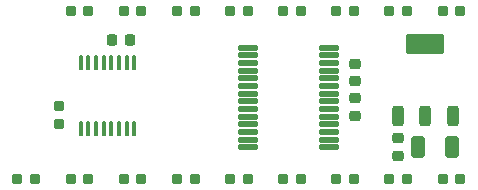
<source format=gbp>
G04 Layer_Color=128*
%FSLAX25Y25*%
%MOIN*%
G70*
G01*
G75*
G04:AMPARAMS|DCode=12|XSize=32.28mil|YSize=36.61mil|CornerRadius=8.23mil|HoleSize=0mil|Usage=FLASHONLY|Rotation=0.000|XOffset=0mil|YOffset=0mil|HoleType=Round|Shape=RoundedRectangle|*
%AMROUNDEDRECTD12*
21,1,0.03228,0.02015,0,0,0.0*
21,1,0.01582,0.03661,0,0,0.0*
1,1,0.01647,0.00791,-0.01007*
1,1,0.01647,-0.00791,-0.01007*
1,1,0.01647,-0.00791,0.01007*
1,1,0.01647,0.00791,0.01007*
%
%ADD12ROUNDEDRECTD12*%
G04:AMPARAMS|DCode=17|XSize=34.25mil|YSize=38.19mil|CornerRadius=8.73mil|HoleSize=0mil|Usage=FLASHONLY|Rotation=0.000|XOffset=0mil|YOffset=0mil|HoleType=Round|Shape=RoundedRectangle|*
%AMROUNDEDRECTD17*
21,1,0.03425,0.02072,0,0,0.0*
21,1,0.01678,0.03819,0,0,0.0*
1,1,0.01747,0.00839,-0.01036*
1,1,0.01747,-0.00839,-0.01036*
1,1,0.01747,-0.00839,0.01036*
1,1,0.01747,0.00839,0.01036*
%
%ADD17ROUNDEDRECTD17*%
G04:AMPARAMS|DCode=24|XSize=32.28mil|YSize=36.61mil|CornerRadius=8.23mil|HoleSize=0mil|Usage=FLASHONLY|Rotation=270.000|XOffset=0mil|YOffset=0mil|HoleType=Round|Shape=RoundedRectangle|*
%AMROUNDEDRECTD24*
21,1,0.03228,0.02015,0,0,270.0*
21,1,0.01582,0.03661,0,0,270.0*
1,1,0.01647,-0.01007,-0.00791*
1,1,0.01647,-0.01007,0.00791*
1,1,0.01647,0.01007,0.00791*
1,1,0.01647,0.01007,-0.00791*
%
%ADD24ROUNDEDRECTD24*%
G04:AMPARAMS|DCode=25|XSize=34.25mil|YSize=38.19mil|CornerRadius=8.73mil|HoleSize=0mil|Usage=FLASHONLY|Rotation=270.000|XOffset=0mil|YOffset=0mil|HoleType=Round|Shape=RoundedRectangle|*
%AMROUNDEDRECTD25*
21,1,0.03425,0.02072,0,0,270.0*
21,1,0.01678,0.03819,0,0,270.0*
1,1,0.01747,-0.01036,-0.00839*
1,1,0.01747,-0.01036,0.00839*
1,1,0.01747,0.01036,0.00839*
1,1,0.01747,0.01036,-0.00839*
%
%ADD25ROUNDEDRECTD25*%
G04:AMPARAMS|DCode=26|XSize=50mil|YSize=15.35mil|CornerRadius=3.92mil|HoleSize=0mil|Usage=FLASHONLY|Rotation=90.000|XOffset=0mil|YOffset=0mil|HoleType=Round|Shape=RoundedRectangle|*
%AMROUNDEDRECTD26*
21,1,0.05000,0.00752,0,0,90.0*
21,1,0.04217,0.01535,0,0,90.0*
1,1,0.00783,0.00376,0.02108*
1,1,0.00783,0.00376,-0.02108*
1,1,0.00783,-0.00376,-0.02108*
1,1,0.00783,-0.00376,0.02108*
%
%ADD26ROUNDEDRECTD26*%
G04:AMPARAMS|DCode=27|XSize=66.93mil|YSize=17.32mil|CornerRadius=4.33mil|HoleSize=0mil|Usage=FLASHONLY|Rotation=0.000|XOffset=0mil|YOffset=0mil|HoleType=Round|Shape=RoundedRectangle|*
%AMROUNDEDRECTD27*
21,1,0.06693,0.00866,0,0,0.0*
21,1,0.05827,0.01732,0,0,0.0*
1,1,0.00866,0.02913,-0.00433*
1,1,0.00866,-0.02913,-0.00433*
1,1,0.00866,-0.02913,0.00433*
1,1,0.00866,0.02913,0.00433*
%
%ADD27ROUNDEDRECTD27*%
G04:AMPARAMS|DCode=28|XSize=67.32mil|YSize=38.98mil|CornerRadius=9.94mil|HoleSize=0mil|Usage=FLASHONLY|Rotation=270.000|XOffset=0mil|YOffset=0mil|HoleType=Round|Shape=RoundedRectangle|*
%AMROUNDEDRECTD28*
21,1,0.06732,0.01910,0,0,270.0*
21,1,0.04745,0.03898,0,0,270.0*
1,1,0.01988,-0.00955,-0.02372*
1,1,0.01988,-0.00955,0.02372*
1,1,0.01988,0.00955,0.02372*
1,1,0.01988,0.00955,-0.02372*
%
%ADD28ROUNDEDRECTD28*%
G04:AMPARAMS|DCode=29|XSize=67.32mil|YSize=127.95mil|CornerRadius=9.76mil|HoleSize=0mil|Usage=FLASHONLY|Rotation=90.000|XOffset=0mil|YOffset=0mil|HoleType=Round|Shape=RoundedRectangle|*
%AMROUNDEDRECTD29*
21,1,0.06732,0.10843,0,0,90.0*
21,1,0.04780,0.12795,0,0,90.0*
1,1,0.01952,0.05422,0.02390*
1,1,0.01952,0.05422,-0.02390*
1,1,0.01952,-0.05422,-0.02390*
1,1,0.01952,-0.05422,0.02390*
%
%ADD29ROUNDEDRECTD29*%
G04:AMPARAMS|DCode=30|XSize=45.67mil|YSize=71.65mil|CornerRadius=9.82mil|HoleSize=0mil|Usage=FLASHONLY|Rotation=0.000|XOffset=0mil|YOffset=0mil|HoleType=Round|Shape=RoundedRectangle|*
%AMROUNDEDRECTD30*
21,1,0.04567,0.05202,0,0,0.0*
21,1,0.02603,0.07165,0,0,0.0*
1,1,0.01964,0.01302,-0.02601*
1,1,0.01964,-0.01302,-0.02601*
1,1,0.01964,-0.01302,0.02601*
1,1,0.01964,0.01302,0.02601*
%
%ADD30ROUNDEDRECTD30*%
D12*
X504941Y225197D02*
D03*
X498996D02*
D03*
X522657D02*
D03*
X516713D02*
D03*
X540374D02*
D03*
X534429D02*
D03*
X558090D02*
D03*
X552146D02*
D03*
X575807Y225394D02*
D03*
X569862D02*
D03*
X593524D02*
D03*
X587579D02*
D03*
X611240D02*
D03*
X605295D02*
D03*
X628957D02*
D03*
X623012D02*
D03*
X628957Y169095D02*
D03*
X623012D02*
D03*
X611240D02*
D03*
X605295D02*
D03*
X593524D02*
D03*
X587579D02*
D03*
X575807D02*
D03*
X569862D02*
D03*
X558090D02*
D03*
X552146D02*
D03*
X540374Y169291D02*
D03*
X534429D02*
D03*
X522657D02*
D03*
X516713D02*
D03*
X504941D02*
D03*
X498996D02*
D03*
X487224Y169291D02*
D03*
X481280D02*
D03*
D17*
X518701Y215748D02*
D03*
X512795D02*
D03*
D24*
X495276Y187579D02*
D03*
Y193524D02*
D03*
D25*
X608268Y176969D02*
D03*
Y182874D02*
D03*
X593701Y190354D02*
D03*
Y196260D02*
D03*
Y201772D02*
D03*
Y207677D02*
D03*
D26*
X520276Y208032D02*
D03*
X517717D02*
D03*
X515158D02*
D03*
X512598D02*
D03*
X510039D02*
D03*
X507480D02*
D03*
X504921D02*
D03*
X502362D02*
D03*
Y185827D02*
D03*
X504921D02*
D03*
X507480D02*
D03*
X510039D02*
D03*
X512598D02*
D03*
X515158D02*
D03*
X517717D02*
D03*
X520276D02*
D03*
D27*
X585256Y179823D02*
D03*
Y182382D02*
D03*
Y184941D02*
D03*
Y187500D02*
D03*
Y190059D02*
D03*
Y192618D02*
D03*
Y195177D02*
D03*
Y197736D02*
D03*
Y200295D02*
D03*
Y202854D02*
D03*
Y205413D02*
D03*
Y207972D02*
D03*
Y210531D02*
D03*
Y213091D02*
D03*
X558051D02*
D03*
Y210531D02*
D03*
Y207972D02*
D03*
Y205413D02*
D03*
Y202854D02*
D03*
Y200295D02*
D03*
Y197736D02*
D03*
Y195177D02*
D03*
Y192618D02*
D03*
Y190059D02*
D03*
Y187500D02*
D03*
Y184941D02*
D03*
Y182382D02*
D03*
Y179823D02*
D03*
D28*
X626378Y190354D02*
D03*
X617323D02*
D03*
X608268D02*
D03*
D29*
X617323Y214370D02*
D03*
D30*
X626279Y179921D02*
D03*
X614665D02*
D03*
M02*

</source>
